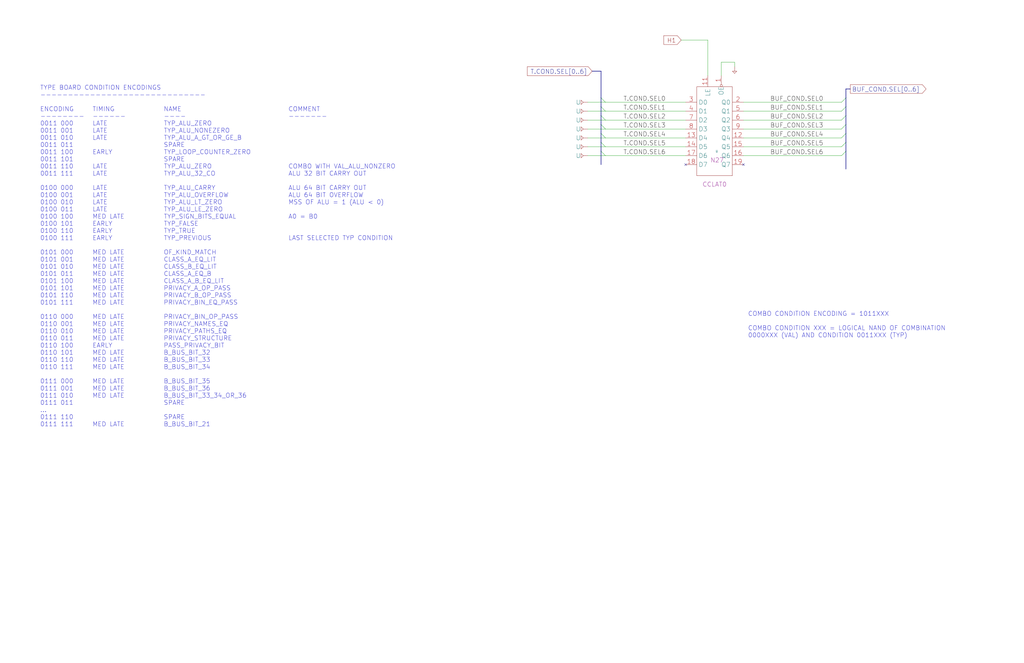
<source format=kicad_sch>
(kicad_sch (version 20220404) (generator eeschema)
  (paper "User" 584.2 378.46)
  (title_block (title "CONDITION LOGIC") (date "15-MAR-90") (rev "1.0") (comment 1 "TYPE") (comment 2 "232-003062") (comment 3 "S400") (comment 4 "RELEASED"))
  (lib_symbols
    (symbol "r1000:F373" (pin_names (offset 1.016))
      (property "Reference" "U" (at 2.54 5.08 0))
      (property "Value" "F373" (at -3.81 -7.62 0))
      (property "Location" "___" (at -1.27 0 0))
      (property "Name" "______" (at 1.27 -15.24 0))
      (symbol "F373_1_1"
        (rectangle (start -8.89 41.91) (end 11.43 -8.89))
        (circle (center 5.08 42.545) (radius 0.635))
        (pin input line (at 5.08 48.26 270) (length 5.08) (name "OE") (number "1"))
        (pin input line (at -2.54 48.26 270) (length 6.35) (name "LE") (number "11"))
        (pin tri_state line (at 17.78 12.7 180) (length 6.35) (name "Q4") (number "12"))
        (pin input line (at -15.24 12.7 0) (length 6.35) (name "D4") (number "13"))
        (pin input line (at -15.24 7.62 0) (length 6.35) (name "D5") (number "14"))
        (pin tri_state line (at 17.78 7.62 180) (length 6.35) (name "Q5") (number "15"))
        (pin tri_state line (at 17.78 2.54 180) (length 6.35) (name "Q6") (number "16"))
        (pin input line (at -15.24 2.54 0) (length 6.35) (name "D6") (number "17"))
        (pin input line (at -15.24 -2.54 0) (length 6.35) (name "D7") (number "18"))
        (pin tri_state line (at 17.78 -2.54 180) (length 6.35) (name "Q7") (number "19"))
        (pin tri_state line (at 17.78 33.02 180) (length 6.35) (name "Q0") (number "2"))
        (pin input line (at -15.24 33.02 0) (length 6.35) (name "D0") (number "3"))
        (pin input line (at -15.24 27.94 0) (length 6.35) (name "D1") (number "4"))
        (pin tri_state line (at 17.78 27.94 180) (length 6.35) (name "Q1") (number "5"))
        (pin tri_state line (at 17.78 22.86 180) (length 6.35) (name "Q2") (number "6"))
        (pin input line (at -15.24 22.86 0) (length 6.35) (name "D2") (number "7"))
        (pin input line (at -15.24 17.78 0) (length 6.35) (name "D3") (number "8"))
        (pin tri_state line (at 17.78 17.78 180) (length 6.35) (name "Q3") (number "9"))
      )
    )
    (symbol "r1000:GB" (pin_numbers hide) (pin_names (offset 0) hide)
      (property "Reference" "GB" (at 3.81 0 0))
      (symbol "GB_0_1"
        (polyline (pts (xy 2.54 0) (xy 3.81 1.27) (xy 3.81 -1.27) (xy 2.54 0)) (stroke (width 0.1524)))
      )
      (symbol "GB_1_1"
        (pin bidirectional line (at 0 0 0) (length 2.54) (name "") (number "1"))
      )
    )
    (symbol "r1000:PD" (power) (pin_numbers hide) (pin_names hide) (in_bom no)
      (symbol "PD_0_1"
        (polyline (pts (xy 0 -2.54) (xy 1.27 -2.54) (xy 0 -3.81) (xy -1.27 -2.54) (xy 0 -2.54)) (stroke (width 0.1524)))
      )
      (symbol "PD_1_1"
        (pin power_in line (at 0 0 270) (length 2.54) (name "PD") (number "1"))
      )
    )
  )
  (no_connect (at 424.18 93.98))
  (no_connect (at 391.16 93.98))
  (bus_entry (at 482.6 81.28) (size -2.54 2.54))
  (bus_entry (at 342.9 55.88) (size 2.54 2.54))
  (bus_entry (at 482.6 66.04) (size -2.54 2.54))
  (bus_entry (at 482.6 60.96) (size -2.54 2.54))
  (bus_entry (at 342.9 71.12) (size 2.54 2.54))
  (bus_entry (at 482.6 86.36) (size -2.54 2.54))
  (bus_entry (at 342.9 81.28) (size 2.54 2.54))
  (bus_entry (at 342.9 86.36) (size 2.54 2.54))
  (bus_entry (at 482.6 55.88) (size -2.54 2.54))
  (bus_entry (at 482.6 76.2) (size -2.54 2.54))
  (bus_entry (at 482.6 71.12) (size -2.54 2.54))
  (bus_entry (at 342.9 60.96) (size 2.54 2.54))
  (bus_entry (at 342.9 66.04) (size 2.54 2.54))
  (bus_entry (at 342.9 76.2) (size 2.54 2.54))
  (wire (pts (xy 335.28 83.82) (xy 345.44 83.82)))
  (bus (pts (xy 342.9 81.28) (xy 342.9 86.36)))
  (bus (pts (xy 342.9 60.96) (xy 342.9 66.04)))
  (wire (pts (xy 335.28 78.74) (xy 345.44 78.74)))
  (bus (pts (xy 482.6 55.88) (xy 482.6 60.96)))
  (wire (pts (xy 345.44 73.66) (xy 391.16 73.66)))
  (wire (pts (xy 411.48 43.18) (xy 411.48 35.56)))
  (bus (pts (xy 482.6 66.04) (xy 482.6 71.12)))
  (wire (pts (xy 424.18 68.58) (xy 480.06 68.58)))
  (bus (pts (xy 482.6 50.8) (xy 482.6 55.88)))
  (wire (pts (xy 424.18 88.9) (xy 480.06 88.9)))
  (bus (pts (xy 482.6 86.36) (xy 482.6 96.52)))
  (wire (pts (xy 424.18 63.5) (xy 480.06 63.5)))
  (wire (pts (xy 345.44 68.58) (xy 391.16 68.58)))
  (bus (pts (xy 342.9 55.88) (xy 342.9 60.96)))
  (wire (pts (xy 345.44 78.74) (xy 391.16 78.74)))
  (wire (pts (xy 424.18 73.66) (xy 480.06 73.66)))
  (bus (pts (xy 342.9 71.12) (xy 342.9 76.2)))
  (wire (pts (xy 345.44 63.5) (xy 391.16 63.5)))
  (bus (pts (xy 482.6 50.8) (xy 485.14 50.8)))
  (bus (pts (xy 342.9 66.04) (xy 342.9 71.12)))
  (bus (pts (xy 342.9 76.2) (xy 342.9 81.28)))
  (wire (pts (xy 424.18 78.74) (xy 480.06 78.74)))
  (wire (pts (xy 419.1 35.56) (xy 419.1 38.1)))
  (wire (pts (xy 403.86 22.86) (xy 388.62 22.86)))
  (wire (pts (xy 335.28 88.9) (xy 345.44 88.9)))
  (bus (pts (xy 482.6 60.96) (xy 482.6 66.04)))
  (bus (pts (xy 337.82 40.64) (xy 342.9 40.64)))
  (bus (pts (xy 342.9 40.64) (xy 342.9 55.88)))
  (wire (pts (xy 345.44 58.42) (xy 391.16 58.42)))
  (wire (pts (xy 345.44 83.82) (xy 391.16 83.82)))
  (wire (pts (xy 345.44 88.9) (xy 391.16 88.9)))
  (wire (pts (xy 403.86 43.18) (xy 403.86 22.86)))
  (wire (pts (xy 335.28 58.42) (xy 345.44 58.42)))
  (wire (pts (xy 335.28 68.58) (xy 345.44 68.58)))
  (bus (pts (xy 482.6 81.28) (xy 482.6 86.36)))
  (wire (pts (xy 335.28 73.66) (xy 345.44 73.66)))
  (wire (pts (xy 411.48 35.56) (xy 419.1 35.56)))
  (bus (pts (xy 482.6 76.2) (xy 482.6 81.28)))
  (wire (pts (xy 424.18 58.42) (xy 480.06 58.42)))
  (bus (pts (xy 342.9 86.36) (xy 342.9 93.98)))
  (wire (pts (xy 424.18 83.82) (xy 480.06 83.82)))
  (bus (pts (xy 482.6 71.12) (xy 482.6 76.2)))
  (wire (pts (xy 335.28 63.5) (xy 345.44 63.5)))
  (text "COMBO CONDITION ENCODING = 1011XXX\n\nCOMBO CONDITION XXX = LOGICAL NAND OF COMBINATION\n0000XXX (VAL) AND CONDITION 0011XXX (TYP)\n" (at 426.72 193.04 0) (effects (font (size 2.54 2.54)) (justify left bottom)))
  (text "TYPE BOARD CONDITION ENCODINGS\n------------------------------\n\nENCODING	TIMING			NAME						COMMENT\n--------	------			----						-------\n0011 000	LATE			TYP_ALU_ZERO\n0011 001	LATE			TYP_ALU_NONEZERO\n0011 010	LATE			TYP_ALU_A_GT_OR_GE_B\n0011 011					SPARE\n0011 100	EARLY			TYP_LOOP_COUNTER_ZERO\n0011 101					SPARE\n0011 110	LATE			TYP_ALU_ZERO				COMBO WITH VAL_ALU_NONZERO\n0011 111	LATE			TYP_ALU_32_CO				ALU 32 BIT CARRY OUT\n\n0100 000	LATE			TYP_ALU_CARRY				ALU 64 BIT CARRY OUT\n0100 001	LATE			TYP_ALU_OVERFLOW			ALU 64 BIT OVERFLOW\n0100 010	LATE			TYP_ALU_LT_ZERO				MSS OF ALU = 1 (ALU < 0)\n0100 011	LATE			TYP_ALU_LE_ZERO\n0100 100	MED LATE		TYP_SIGN_BITS_EQUAL			A0 = B0\n0100 101	EARLY			TYP_FALSE\n0100 110	EARLY			TYP_TRUE\n0100 111	EARLY			TYP_PREVIOUS				LAST SELECTED TYP CONDITION\n\n0101 000	MED LATE		OF_KIND_MATCH\n0101 001	MED LATE		CLASS_A_EQ_LIT\n0101 010	MED LATE		CLASS_B_EQ_LIT\n0101 011	MED LATE		CLASS_A_EQ_B\n0101 100	MED LATE		CLASS_A_B_EQ_LIT\n0101 101	MED LATE		PRIVACY_A_OP_PASS\n0101 110	MED LATE		PRIVACY_B_OP_PASS\n0101 111	MED LATE		PRIVACY_BIN_EQ_PASS\n\n0110 000	MED LATE		PRIVACY_BIN_OP_PASS\n0110 001	MED LATE		PRIVACY_NAMES_EQ\n0110 010	MED LATE		PRIVACY_PATHS_EQ\n0110 011	MED LATE		PRIVACY_STRUCTURE\n0110 100	EARLY			PASS_PRIVACY_BIT\n0110 101	MED LATE		B_BUS_BIT_32\n0110 110	MED LATE		B_BUS_BIT_33\n0110 111	MED LATE		B_BUS_BIT_34\n\n0111 000	MED LATE		B_BUS_BIT_35\n0111 001	MED LATE		B_BUS_BIT_36\n0111 010	MED LATE		B_BUS_BIT_33_34_OR_36\n0111 011					SPARE\n...\n0111 110					SPARE\n0111 111	MED LATE		B_BUS_BIT_21" (at 22.86 243.84 0) (effects (font (size 2.54 2.54)) (justify left bottom)))
  (label "BUF_COND.SEL3" (at 439.42 73.66 0) (effects (font (size 2.54 2.54))))
  (label "BUF_COND.SEL6" (at 439.42 88.9 0) (effects (font (size 2.54 2.54))))
  (label "T.COND.SEL0" (at 355.6 58.42 0) (effects (font (size 2.54 2.54))))
  (label "BUF_COND.SEL4" (at 439.42 78.74 0) (effects (font (size 2.54 2.54))))
  (label "T.COND.SEL3" (at 355.6 73.66 0) (effects (font (size 2.54 2.54))))
  (label "T.COND.SEL5" (at 355.6 83.82 0) (effects (font (size 2.54 2.54))))
  (label "T.COND.SEL2" (at 355.6 68.58 0) (effects (font (size 2.54 2.54))))
  (label "T.COND.SEL1" (at 355.6 63.5 0) (effects (font (size 2.54 2.54))))
  (label "BUF_COND.SEL0" (at 439.42 58.42 0) (effects (font (size 2.54 2.54))))
  (label "T.COND.SEL4" (at 355.6 78.74 0) (effects (font (size 2.54 2.54))))
  (label "BUF_COND.SEL5" (at 439.42 83.82 0) (effects (font (size 2.54 2.54))))
  (label "BUF_COND.SEL1" (at 439.42 63.5 0) (effects (font (size 2.54 2.54))))
  (label "BUF_COND.SEL2" (at 439.42 68.58 0) (effects (font (size 2.54 2.54))))
  (label "T.COND.SEL6" (at 355.6 88.9 0) (effects (font (size 2.54 2.54))))
  (global_label "T.COND.SEL[0..6]" (shape input) (at 337.82 40.64 180) (effects (font (size 2.54 2.54))) (property "Intersheet References" "${INTERSHEET_REFS}" (at 300.8207 40.4813 0) (effects (font (size 1.905 1.905)) (justify right))))
  (global_label "BUF_COND.SEL[0..6]" (shape output) (at 485.14 50.8 0) (effects (font (size 2.54 2.54))) (property "Intersheet References" "${INTERSHEET_REFS}" (at 528.3079 50.6413 0) (effects (font (size 1.905 1.905)) (justify left))))
  (global_label "H1" (shape input) (at 388.62 22.86 180) (effects (font (size 2.54 2.54))) (property "Intersheet References" "${INTERSHEET_REFS}" (at 378.714 22.7013 0) (effects (font (size 1.905 1.905)) (justify right))))
  (symbol (lib_id "r1000:GB") (at 335.28 83.82 0) (mirror y) (unit 1)
    (default_instance (reference "U") (unit 1) (value "") (footprint ""))
    (property "Reference" "U" (at 331.47 83.82 0) (effects (font (size 2.54 2.54)) (justify left)))
  )
  (symbol (lib_id "r1000:GB") (at 335.28 58.42 0) (mirror y) (unit 1)
    (default_instance (reference "U") (unit 1) (value "") (footprint ""))
    (property "Reference" "U" (at 331.47 58.42 0) (effects (font (size 2.54 2.54)) (justify left)))
  )
  (symbol (lib_id "r1000:GB") (at 335.28 88.9 0) (mirror y) (unit 1)
    (default_instance (reference "U") (unit 1) (value "") (footprint ""))
    (property "Reference" "U" (at 331.47 88.9 0) (effects (font (size 2.54 2.54)) (justify left)))
  )
  (symbol (lib_id "r1000:GB") (at 335.28 68.58 0) (mirror y) (unit 1)
    (default_instance (reference "U") (unit 1) (value "") (footprint ""))
    (property "Reference" "U" (at 331.47 68.58 0) (effects (font (size 2.54 2.54)) (justify left)))
  )
  (symbol (lib_id "r1000:GB") (at 335.28 73.66 0) (mirror y) (unit 1)
    (default_instance (reference "U") (unit 1) (value "") (footprint ""))
    (property "Reference" "U" (at 331.47 73.66 0) (effects (font (size 2.54 2.54)) (justify left)))
  )
  (symbol (lib_id "r1000:PD") (at 419.1 38.1 0) (unit 1) (in_bom no)
    (default_instance (reference "U") (unit 1) (value "") (footprint ""))
    (property "Reference" "U" (effects hide))
  )
  (symbol (lib_id "r1000:GB") (at 335.28 63.5 0) (mirror y) (unit 1)
    (default_instance (reference "U") (unit 1) (value "") (footprint ""))
    (property "Reference" "U" (at 331.47 63.5 0) (effects (font (size 2.54 2.54)) (justify left)))
  )
  (symbol (lib_id "r1000:F373") (at 406.4 91.44 0) (unit 1)
    (default_instance (reference "U") (unit 1) (value "") (footprint ""))
    (property "Reference" "U" (at 408.94 86.36 0))
    (property "Location" "N27" (at 405.13 91.44 0) (effects (font (size 2.54 2.54)) (justify left)))
    (property "Name" "CCLAT0" (at 407.67 106.68 0) (effects (font (size 2.54 2.54)) (justify bottom)))
  )
  (symbol (lib_id "r1000:GB") (at 335.28 78.74 0) (mirror y) (unit 1)
    (default_instance (reference "U") (unit 1) (value "") (footprint ""))
    (property "Reference" "U" (at 331.47 78.74 0) (effects (font (size 2.54 2.54)) (justify left)))
  )
)
</source>
